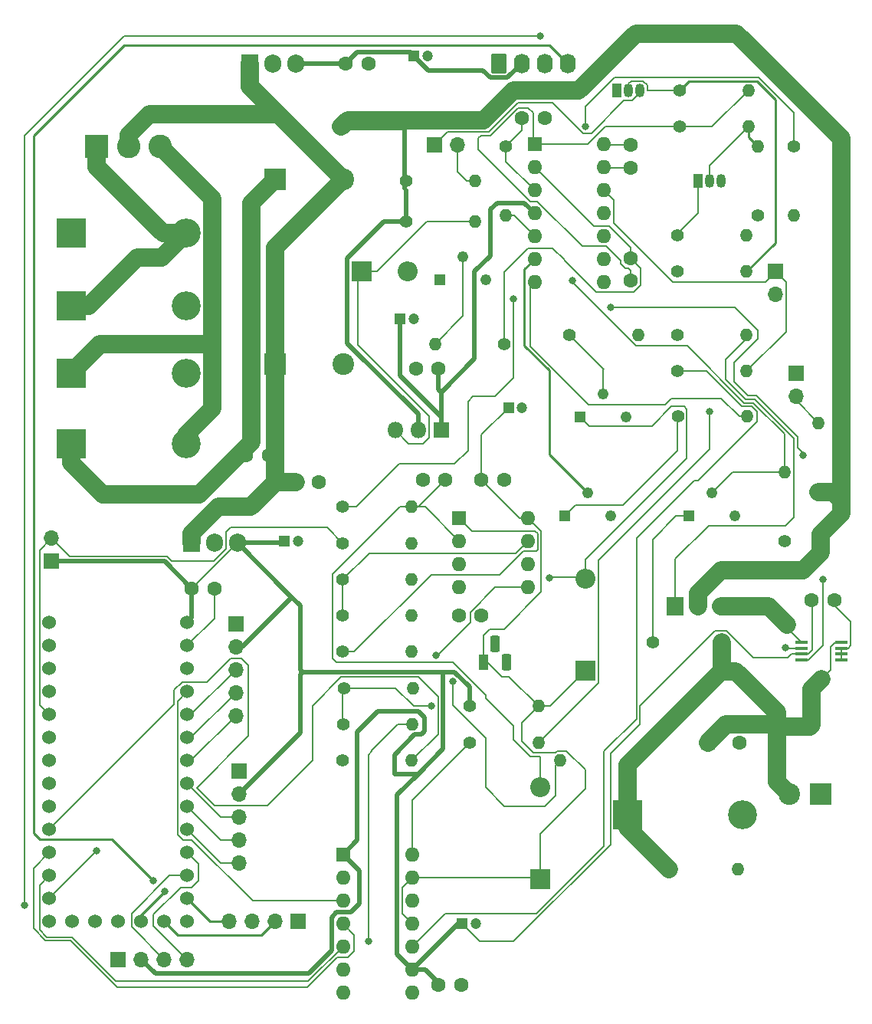
<source format=gbr>
%TF.GenerationSoftware,KiCad,Pcbnew,7.0.8*%
%TF.CreationDate,2023-12-27T07:41:49-05:00*%
%TF.ProjectId,Lab Supply,4c616220-5375-4707-906c-792e6b696361,rev?*%
%TF.SameCoordinates,Original*%
%TF.FileFunction,Copper,L1,Top*%
%TF.FilePolarity,Positive*%
%FSLAX46Y46*%
G04 Gerber Fmt 4.6, Leading zero omitted, Abs format (unit mm)*
G04 Created by KiCad (PCBNEW 7.0.8) date 2023-12-27 07:41:49*
%MOMM*%
%LPD*%
G01*
G04 APERTURE LIST*
G04 Aperture macros list*
%AMRoundRect*
0 Rectangle with rounded corners*
0 $1 Rounding radius*
0 $2 $3 $4 $5 $6 $7 $8 $9 X,Y pos of 4 corners*
0 Add a 4 corners polygon primitive as box body*
4,1,4,$2,$3,$4,$5,$6,$7,$8,$9,$2,$3,0*
0 Add four circle primitives for the rounded corners*
1,1,$1+$1,$2,$3*
1,1,$1+$1,$4,$5*
1,1,$1+$1,$6,$7*
1,1,$1+$1,$8,$9*
0 Add four rect primitives between the rounded corners*
20,1,$1+$1,$2,$3,$4,$5,0*
20,1,$1+$1,$4,$5,$6,$7,0*
20,1,$1+$1,$6,$7,$8,$9,0*
20,1,$1+$1,$8,$9,$2,$3,0*%
G04 Aperture macros list end*
%TA.AperFunction,ComponentPad*%
%ADD10C,1.600000*%
%TD*%
%TA.AperFunction,ComponentPad*%
%ADD11O,1.600000X1.600000*%
%TD*%
%TA.AperFunction,ComponentPad*%
%ADD12C,1.400000*%
%TD*%
%TA.AperFunction,ComponentPad*%
%ADD13O,1.400000X1.400000*%
%TD*%
%TA.AperFunction,ComponentPad*%
%ADD14R,1.050000X1.500000*%
%TD*%
%TA.AperFunction,ComponentPad*%
%ADD15O,1.050000X1.500000*%
%TD*%
%TA.AperFunction,ComponentPad*%
%ADD16R,1.700000X1.700000*%
%TD*%
%TA.AperFunction,ComponentPad*%
%ADD17O,1.700000X1.700000*%
%TD*%
%TA.AperFunction,ComponentPad*%
%ADD18R,3.200000X3.200000*%
%TD*%
%TA.AperFunction,ComponentPad*%
%ADD19O,3.200000X3.200000*%
%TD*%
%TA.AperFunction,ComponentPad*%
%ADD20R,1.905000X2.000000*%
%TD*%
%TA.AperFunction,ComponentPad*%
%ADD21O,1.905000X2.000000*%
%TD*%
%TA.AperFunction,ComponentPad*%
%ADD22R,1.200000X1.200000*%
%TD*%
%TA.AperFunction,ComponentPad*%
%ADD23C,1.200000*%
%TD*%
%TA.AperFunction,ComponentPad*%
%ADD24R,1.600000X1.600000*%
%TD*%
%TA.AperFunction,ComponentPad*%
%ADD25R,1.222000X1.222000*%
%TD*%
%TA.AperFunction,ComponentPad*%
%ADD26C,1.222000*%
%TD*%
%TA.AperFunction,ComponentPad*%
%ADD27R,2.200000X2.200000*%
%TD*%
%TA.AperFunction,ComponentPad*%
%ADD28O,2.200000X2.200000*%
%TD*%
%TA.AperFunction,ComponentPad*%
%ADD29R,2.600000X2.600000*%
%TD*%
%TA.AperFunction,ComponentPad*%
%ADD30C,2.600000*%
%TD*%
%TA.AperFunction,ComponentPad*%
%ADD31C,1.524000*%
%TD*%
%TA.AperFunction,ComponentPad*%
%ADD32R,1.800000X1.800000*%
%TD*%
%TA.AperFunction,ComponentPad*%
%ADD33O,1.800000X1.800000*%
%TD*%
%TA.AperFunction,ComponentPad*%
%ADD34R,1.100000X1.800000*%
%TD*%
%TA.AperFunction,ComponentPad*%
%ADD35RoundRect,0.275000X-0.275000X-0.625000X0.275000X-0.625000X0.275000X0.625000X-0.275000X0.625000X0*%
%TD*%
%TA.AperFunction,ComponentPad*%
%ADD36R,2.400000X2.400000*%
%TD*%
%TA.AperFunction,ComponentPad*%
%ADD37C,2.400000*%
%TD*%
%TA.AperFunction,SMDPad,CuDef*%
%ADD38R,1.450000X0.450000*%
%TD*%
%TA.AperFunction,ComponentPad*%
%ADD39RoundRect,0.250000X-0.620000X-0.845000X0.620000X-0.845000X0.620000X0.845000X-0.620000X0.845000X0*%
%TD*%
%TA.AperFunction,ComponentPad*%
%ADD40O,1.740000X2.190000*%
%TD*%
%TA.AperFunction,ViaPad*%
%ADD41C,0.800000*%
%TD*%
%TA.AperFunction,ViaPad*%
%ADD42C,1.600000*%
%TD*%
%TA.AperFunction,Conductor*%
%ADD43C,0.250000*%
%TD*%
%TA.AperFunction,Conductor*%
%ADD44C,0.200000*%
%TD*%
%TA.AperFunction,Conductor*%
%ADD45C,2.000000*%
%TD*%
%TA.AperFunction,Conductor*%
%ADD46C,0.500000*%
%TD*%
G04 APERTURE END LIST*
D10*
%TO.P,R27,1*%
%TO.N,Net-(Q3-E)*%
X130500000Y-98920000D03*
D11*
%TO.P,R27,2*%
%TO.N,V+*%
X130500000Y-109080000D03*
%TD*%
D12*
%TO.P,R29,1*%
%TO.N,V-*%
X130000000Y-55810000D03*
D13*
%TO.P,R29,2*%
%TO.N,Net-(Q2-B)*%
X130000000Y-48190000D03*
%TD*%
D14*
%TO.P,Q2,1,E*%
%TO.N,Net-(Q2-E)*%
X123460000Y-52000000D03*
D15*
%TO.P,Q2,2,B*%
%TO.N,Net-(Q2-B)*%
X124730000Y-52000000D03*
%TO.P,Q2,3,C*%
%TO.N,Net-(Q2-C)*%
X126000000Y-52000000D03*
%TD*%
D16*
%TO.P,D4,1,K*%
%TO.N,V-*%
X134250000Y-73250000D03*
D17*
%TO.P,D4,2,A*%
%TO.N,Net-(D4-A)*%
X134250000Y-75790000D03*
%TD*%
D18*
%TO.P,D5,1,K*%
%TO.N,+36V*%
X54150000Y-57750000D03*
D19*
%TO.P,D5,2,A*%
%TO.N,AC1*%
X66850000Y-57750000D03*
%TD*%
D10*
%TO.P,C6,1*%
%TO.N,V-*%
X93000000Y-85000000D03*
%TO.P,C6,2*%
%TO.N,Net-(D2-A)*%
X95500000Y-85000000D03*
%TD*%
D12*
%TO.P,R30,1*%
%TO.N,V-*%
X121190000Y-62000000D03*
D13*
%TO.P,R30,2*%
%TO.N,Net-(Q1-B)*%
X128810000Y-62000000D03*
%TD*%
D12*
%TO.P,R10,1*%
%TO.N,Net-(U1A--)*%
X102000000Y-70000000D03*
D13*
%TO.P,R10,2*%
%TO.N,Net-(R10-Pad2)*%
X94380000Y-70000000D03*
%TD*%
D20*
%TO.P,U5,1,VI*%
%TO.N,+15V*%
X73920000Y-39000000D03*
D21*
%TO.P,U5,2,GND*%
%TO.N,V-*%
X76460000Y-39000000D03*
%TO.P,U5,3,VO*%
%TO.N,+12V*%
X79000000Y-39000000D03*
%TD*%
D10*
%TO.P,C16,1*%
%TO.N,+5V*%
X94750000Y-140750000D03*
%TO.P,C16,2*%
%TO.N,V-*%
X97250000Y-140750000D03*
%TD*%
D14*
%TO.P,Q1,1,E*%
%TO.N,V-*%
X114460000Y-42000000D03*
D15*
%TO.P,Q1,2,B*%
%TO.N,Net-(Q1-B)*%
X115730000Y-42000000D03*
%TO.P,Q1,3,C*%
%TO.N,Net-(D9-K)*%
X117000000Y-42000000D03*
%TD*%
D12*
%TO.P,R2,1*%
%TO.N,Net-(R2-Pad1)*%
X121200000Y-78000000D03*
D13*
%TO.P,R2,2*%
%TO.N,Net-(R2-Pad2)*%
X128820000Y-78000000D03*
%TD*%
D22*
%TO.P,C12,1*%
%TO.N,+12V*%
X92047349Y-38150000D03*
D23*
%TO.P,C12,2*%
%TO.N,V-*%
X93547349Y-38150000D03*
%TD*%
D24*
%TO.P,U1,1*%
%TO.N,Net-(C13-Pad2)*%
X105380000Y-47920000D03*
D11*
%TO.P,U1,2,-*%
%TO.N,Net-(U1A--)*%
X105380000Y-50460000D03*
%TO.P,U1,3,+*%
%TO.N,Net-(U1A-+)*%
X105380000Y-53000000D03*
%TO.P,U1,4,V+*%
%TO.N,+28V*%
X105380000Y-55540000D03*
%TO.P,U1,5,+*%
%TO.N,ISENSE*%
X105380000Y-58080000D03*
%TO.P,U1,6,-*%
%TO.N,Net-(U1B--)*%
X105380000Y-60620000D03*
%TO.P,U1,7*%
%TO.N,Net-(R2-Pad2)*%
X105380000Y-63160000D03*
%TO.P,U1,8*%
%TO.N,N/C*%
X113000000Y-63160000D03*
%TO.P,U1,9*%
X113000000Y-60620000D03*
%TO.P,U1,10*%
X113000000Y-58080000D03*
%TO.P,U1,11,V-*%
%TO.N,V-*%
X113000000Y-55540000D03*
%TO.P,U1,12,+*%
%TO.N,Net-(SW1-A)*%
X113000000Y-53000000D03*
%TO.P,U1,13,-*%
%TO.N,Net-(U1D--)*%
X113000000Y-50460000D03*
%TO.P,U1,14*%
%TO.N,Net-(C14-Pad1)*%
X113000000Y-47920000D03*
%TD*%
D20*
%TO.P,Q3,1,B*%
%TO.N,Net-(Q2-C)*%
X120920000Y-99000000D03*
D21*
%TO.P,Q3,2,C*%
%TO.N,+36V*%
X123460000Y-99000000D03*
%TO.P,Q3,3,E*%
%TO.N,Net-(Q3-E)*%
X126000000Y-99000000D03*
%TD*%
D25*
%TO.P,RV2,1,1*%
%TO.N,Net-(D1-A)*%
X110410000Y-78075000D03*
D26*
%TO.P,RV2,2,2*%
%TO.N,Net-(R4-Pad1)*%
X112950000Y-75535000D03*
%TO.P,RV2,3,3*%
%TO.N,unconnected-(RV2-Pad3)*%
X115490000Y-78075000D03*
%TD*%
D12*
%TO.P,R7,1*%
%TO.N,+36V*%
X136750000Y-86310000D03*
D13*
%TO.P,R7,2*%
%TO.N,Net-(D4-A)*%
X136750000Y-78690000D03*
%TD*%
D10*
%TO.P,C2,1*%
%TO.N,+15V*%
X79000000Y-85250000D03*
%TO.P,C2,2*%
%TO.N,V-*%
X81500000Y-85250000D03*
%TD*%
D12*
%TO.P,R9,1*%
%TO.N,V_ISET*%
X98190000Y-114000000D03*
D13*
%TO.P,R9,2*%
%TO.N,Net-(U1A--)*%
X105810000Y-114000000D03*
%TD*%
D27*
%TO.P,D1,1,K*%
%TO.N,VREF*%
X111000000Y-106080000D03*
D28*
%TO.P,D1,2,A*%
%TO.N,Net-(D1-A)*%
X111000000Y-95920000D03*
%TD*%
D16*
%TO.P,H2,1,GND*%
%TO.N,V-*%
X72380000Y-100880000D03*
D17*
%TO.P,H2,2,+5V*%
%TO.N,+5V*%
X72380000Y-103420000D03*
%TO.P,H2,3,SW*%
%TO.N,Net-(H2-SW)*%
X72380000Y-105960000D03*
%TO.P,H2,4,DT*%
%TO.N,Net-(H2-DT)*%
X72380000Y-108500000D03*
%TO.P,H2,5,CLK*%
%TO.N,Net-(H2-CLK)*%
X72380000Y-111040000D03*
%TD*%
D16*
%TO.P,SW1,1,A*%
%TO.N,Net-(SW1-A)*%
X132000000Y-62000000D03*
D17*
%TO.P,SW1,2,B*%
%TO.N,V-*%
X132000000Y-64540000D03*
%TD*%
D16*
%TO.P,TH1,1*%
%TO.N,+5V*%
X52000000Y-94000000D03*
D17*
%TO.P,TH1,2*%
%TO.N,Net-(U6-A0)*%
X52000000Y-91460000D03*
%TD*%
D10*
%TO.P,C21,1*%
%TO.N,+28V*%
X94750000Y-72750000D03*
%TO.P,C21,2*%
%TO.N,V-*%
X92250000Y-72750000D03*
%TD*%
D25*
%TO.P,RV6,1,1*%
%TO.N,Net-(R23-Pad1)*%
X122395000Y-89000000D03*
D26*
%TO.P,RV6,2,2*%
%TO.N,Net-(U1D--)*%
X124935000Y-86460000D03*
%TO.P,RV6,3,3*%
%TO.N,unconnected-(RV6-Pad3)*%
X127475000Y-89000000D03*
%TD*%
D12*
%TO.P,R20,1*%
%TO.N,Net-(U6-A0)*%
X84190000Y-92000000D03*
D13*
%TO.P,R20,2*%
%TO.N,V-*%
X91810000Y-92000000D03*
%TD*%
D10*
%TO.P,C5,1*%
%TO.N,Net-(D1-A)*%
X97000000Y-100000000D03*
%TO.P,C5,2*%
%TO.N,V-*%
X99500000Y-100000000D03*
%TD*%
D22*
%TO.P,C15,1*%
%TO.N,+5V*%
X97347349Y-134000000D03*
D23*
%TO.P,C15,2*%
%TO.N,V-*%
X98847349Y-134000000D03*
%TD*%
D12*
%TO.P,R6,1*%
%TO.N,+36V*%
X91190000Y-56500000D03*
D13*
%TO.P,R6,2*%
%TO.N,Net-(D3-K)*%
X98810000Y-56500000D03*
%TD*%
D20*
%TO.P,U2,1,VI*%
%TO.N,+15V*%
X67460000Y-91945000D03*
D21*
%TO.P,U2,2,GND*%
%TO.N,V-*%
X70000000Y-91945000D03*
%TO.P,U2,3,VO*%
%TO.N,+5V*%
X72540000Y-91945000D03*
%TD*%
D12*
%TO.P,R1,1*%
%TO.N,Net-(U1B--)*%
X134000000Y-48190000D03*
D13*
%TO.P,R1,2*%
%TO.N,V-*%
X134000000Y-55810000D03*
%TD*%
D12*
%TO.P,R17,1*%
%TO.N,Net-(Q1-B)*%
X121380000Y-42000000D03*
D13*
%TO.P,R17,2*%
%TO.N,Net-(C13-Pad2)*%
X129000000Y-42000000D03*
%TD*%
D27*
%TO.P,D2,1,K*%
%TO.N,VREF*%
X106000000Y-129080000D03*
D28*
%TO.P,D2,2,A*%
%TO.N,Net-(D2-A)*%
X106000000Y-118920000D03*
%TD*%
D22*
%TO.P,C10,1*%
%TO.N,VREF*%
X102500000Y-77000000D03*
D23*
%TO.P,C10,2*%
%TO.N,V-*%
X104000000Y-77000000D03*
%TD*%
D12*
%TO.P,R21,1*%
%TO.N,Net-(U1A-+)*%
X102225000Y-48165000D03*
D13*
%TO.P,R21,2*%
%TO.N,ISENSE*%
X102225000Y-55785000D03*
%TD*%
D10*
%TO.P,C19,1*%
%TO.N,Net-(U1A-+)*%
X104000000Y-45000000D03*
%TO.P,C19,2*%
%TO.N,V-*%
X106500000Y-45000000D03*
%TD*%
%TO.P,C17,1*%
%TO.N,V-*%
X138500000Y-98250000D03*
%TO.P,C17,2*%
%TO.N,+5V*%
X136000000Y-98250000D03*
%TD*%
%TO.P,C13,1*%
%TO.N,Net-(U1A--)*%
X116000000Y-60500000D03*
%TO.P,C13,2*%
%TO.N,Net-(C13-Pad2)*%
X116000000Y-63000000D03*
%TD*%
D12*
%TO.P,R25,1*%
%TO.N,Net-(C13-Pad2)*%
X121380000Y-46000000D03*
D13*
%TO.P,R25,2*%
%TO.N,Net-(Q2-B)*%
X129000000Y-46000000D03*
%TD*%
D18*
%TO.P,D10,1,K*%
%TO.N,V+*%
X115650000Y-122000000D03*
D19*
%TO.P,D10,2,A*%
%TO.N,V-*%
X128350000Y-122000000D03*
%TD*%
D24*
%TO.P,C18,1*%
%TO.N,V+*%
X124500000Y-114000000D03*
D10*
%TO.P,C18,2*%
%TO.N,V-*%
X128000000Y-114000000D03*
%TD*%
D12*
%TO.P,R26,1*%
%TO.N,Net-(Q2-E)*%
X121190000Y-58000000D03*
D13*
%TO.P,R26,2*%
%TO.N,V-*%
X128810000Y-58000000D03*
%TD*%
D29*
%TO.P,J1,1*%
%TO.N,AC1*%
X57000000Y-48200000D03*
D30*
%TO.P,J1,2*%
%TO.N,+15V*%
X60500000Y-48200000D03*
%TO.P,J1,3*%
%TO.N,AC2*%
X64000000Y-48200000D03*
%TD*%
D31*
%TO.P,U6,1,RST*%
%TO.N,unconnected-(U6-RST-Pad1)*%
X51760000Y-100760000D03*
%TO.P,U6,2,5V*%
%TO.N,unconnected-(U6-5V-Pad2)*%
X51760000Y-103300000D03*
%TO.P,U6,3,AREF*%
%TO.N,unconnected-(U6-AREF-Pad3)*%
X51760000Y-105840000D03*
%TO.P,U6,4,GND*%
%TO.N,V-*%
X51760000Y-108380000D03*
%TO.P,U6,5,A0*%
%TO.N,Net-(U6-A0)*%
X51760000Y-110920000D03*
%TO.P,U6,6,A1*%
%TO.N,unconnected-(U6-A1-Pad6)*%
X51760000Y-113460000D03*
%TO.P,U6,7,A2*%
%TO.N,unconnected-(U6-A2-Pad7)*%
X51760000Y-116000000D03*
%TO.P,U6,8,A3*%
%TO.N,unconnected-(U6-A3-Pad8)*%
X51760000Y-118540000D03*
%TO.P,U6,9,A4*%
%TO.N,unconnected-(U6-A4-Pad9)*%
X51760000Y-121080000D03*
%TO.P,U6,10,A5*%
%TO.N,Net-(U6-A5)*%
X51760000Y-123620000D03*
%TO.P,U6,11,SCK*%
%TO.N,Net-(U6-SCK)*%
X51760000Y-126160000D03*
%TO.P,U6,12,MOSI*%
%TO.N,Net-(U6-MOSI)*%
X51760000Y-128700000D03*
%TO.P,U6,13,MISO*%
%TO.N,Net-(U4-DOUT)*%
X51760000Y-131240000D03*
%TO.P,U6,14,3.3V*%
%TO.N,unconnected-(U6-3.3V-Pad14)*%
X51760000Y-133780000D03*
%TO.P,U6,15,EN*%
%TO.N,unconnected-(U6-EN-Pad15)*%
X54300000Y-133780000D03*
%TO.P,U6,16,GND*%
%TO.N,V-*%
X56840000Y-133780000D03*
%TO.P,U6,17,D8*%
%TO.N,unconnected-(U6-D8-Pad17)*%
X59380000Y-133780000D03*
%TO.P,U6,18,D6*%
%TO.N,Net-(M1-PWM)*%
X61920000Y-133780000D03*
%TO.P,U6,19,D4*%
%TO.N,Net-(H4-LOCK)*%
X64460000Y-133780000D03*
%TO.P,U6,20,D0*%
%TO.N,Net-(M1-Tacho)*%
X67000000Y-133780000D03*
%TO.P,U6,21,D1*%
%TO.N,Net-(H4-SET)*%
X67000000Y-131240000D03*
%TO.P,U6,22,SDA*%
%TO.N,Net-(H1-SDA)*%
X67000000Y-128700000D03*
%TO.P,U6,23,SCL*%
%TO.N,Net-(H1-SCL)*%
X67000000Y-126160000D03*
%TO.P,U6,24,D5*%
%TO.N,Net-(H3-CLK)*%
X67000000Y-123620000D03*
%TO.P,U6,25,D7*%
%TO.N,Net-(H3-DT)*%
X67000000Y-121080000D03*
%TO.P,U6,26,D9*%
%TO.N,Net-(H3-SW)*%
X67000000Y-118540000D03*
%TO.P,U6,27,D10*%
%TO.N,Net-(H2-CLK)*%
X67000000Y-116000000D03*
%TO.P,U6,28,D11*%
%TO.N,Net-(H2-DT)*%
X67000000Y-113460000D03*
%TO.P,U6,29,D12*%
%TO.N,Net-(H2-SW)*%
X67000000Y-110920000D03*
%TO.P,U6,30,D13*%
%TO.N,Net-(U6-D13)*%
X67000000Y-108380000D03*
%TO.P,U6,31,VBUS*%
%TO.N,unconnected-(U6-VBUS-Pad31)*%
X67000000Y-105840000D03*
%TO.P,U6,32,GND*%
%TO.N,V-*%
X67000000Y-103300000D03*
%TO.P,U6,33,VBAT*%
%TO.N,+5V*%
X67000000Y-100760000D03*
%TD*%
D10*
%TO.P,C9,1*%
%TO.N,VREF*%
X99500000Y-85000000D03*
%TO.P,C9,2*%
%TO.N,V-*%
X102000000Y-85000000D03*
%TD*%
D12*
%TO.P,R18,1*%
%TO.N,Net-(U4-CLK)*%
X84190000Y-100000000D03*
D13*
%TO.P,R18,2*%
%TO.N,V-*%
X91810000Y-100000000D03*
%TD*%
D18*
%TO.P,D6,1,K*%
%TO.N,AC1*%
X54150000Y-65750000D03*
D19*
%TO.P,D6,2,A*%
%TO.N,V-*%
X66850000Y-65750000D03*
%TD*%
D16*
%TO.P,H1,1,GND*%
%TO.N,V-*%
X59380000Y-138000000D03*
D17*
%TO.P,H1,2,+5V*%
%TO.N,+5V*%
X61920000Y-138000000D03*
%TO.P,H1,3,SDA*%
%TO.N,Net-(H1-SDA)*%
X64460000Y-138000000D03*
%TO.P,H1,4,SCL*%
%TO.N,Net-(H1-SCL)*%
X67000000Y-138000000D03*
%TD*%
D16*
%TO.P,H3,1,GND*%
%TO.N,V-*%
X72750000Y-117130000D03*
D17*
%TO.P,H3,2,+5V*%
%TO.N,+5V*%
X72750000Y-119670000D03*
%TO.P,H3,3,SW*%
%TO.N,Net-(H3-SW)*%
X72750000Y-122210000D03*
%TO.P,H3,4,DT*%
%TO.N,Net-(H3-DT)*%
X72750000Y-124750000D03*
%TO.P,H3,5,CLK*%
%TO.N,Net-(H3-CLK)*%
X72750000Y-127290000D03*
%TD*%
D12*
%TO.P,R13,1*%
%TO.N,+36V*%
X91190000Y-52000000D03*
D13*
%TO.P,R13,2*%
%TO.N,Net-(D9-A)*%
X98810000Y-52000000D03*
%TD*%
D24*
%TO.P,U4,1,~{CS}/SHDN*%
%TO.N,Net-(U4-~{CS}{slash}SHDN)*%
X97000000Y-89200000D03*
D11*
%TO.P,U4,2,CH0*%
%TO.N,Net-(D2-A)*%
X97000000Y-91740000D03*
%TO.P,U4,3,CH1*%
%TO.N,Net-(D1-A)*%
X97000000Y-94280000D03*
%TO.P,U4,4,VSS*%
%TO.N,V-*%
X97000000Y-96820000D03*
%TO.P,U4,5,DIN*%
%TO.N,Net-(U4-DIN)*%
X104620000Y-96820000D03*
%TO.P,U4,6,DOUT*%
%TO.N,Net-(U4-DOUT)*%
X104620000Y-94280000D03*
%TO.P,U4,7,CLK*%
%TO.N,Net-(U4-CLK)*%
X104620000Y-91740000D03*
%TO.P,U4,8,VDD/VREF*%
%TO.N,VREF*%
X104620000Y-89200000D03*
%TD*%
D12*
%TO.P,R3,1*%
%TO.N,V+*%
X115810000Y-116000000D03*
D13*
%TO.P,R3,2*%
%TO.N,Net-(D1-A)*%
X108190000Y-116000000D03*
%TD*%
D12*
%TO.P,R24,1*%
%TO.N,Net-(C14-Pad1)*%
X121190000Y-69000000D03*
D13*
%TO.P,R24,2*%
%TO.N,Net-(Q2-C)*%
X128810000Y-69000000D03*
%TD*%
D12*
%TO.P,R14,1*%
%TO.N,Net-(U4-DIN)*%
X84290000Y-108000000D03*
D13*
%TO.P,R14,2*%
%TO.N,V-*%
X91910000Y-108000000D03*
%TD*%
D10*
%TO.P,C1,1*%
%TO.N,+36V*%
X73500000Y-82250000D03*
%TO.P,C1,2*%
%TO.N,+15V*%
X76000000Y-82250000D03*
%TD*%
%TO.P,C7,1*%
%TO.N,+5V*%
X67500000Y-97000000D03*
%TO.P,C7,2*%
%TO.N,V-*%
X70000000Y-97000000D03*
%TD*%
D32*
%TO.P,Q4,1,E*%
%TO.N,+28V*%
X95040000Y-79500000D03*
D33*
%TO.P,Q4,2,C*%
%TO.N,+36V*%
X92500000Y-79500000D03*
%TO.P,Q4,3,B*%
%TO.N,Net-(D3-K)*%
X89960000Y-79500000D03*
%TD*%
D12*
%TO.P,R16,1*%
%TO.N,Net-(U4-DIN)*%
X84240000Y-112000000D03*
D13*
%TO.P,R16,2*%
%TO.N,Net-(U6-MOSI)*%
X91860000Y-112000000D03*
%TD*%
D18*
%TO.P,D7,1,K*%
%TO.N,+36V*%
X54150000Y-81000000D03*
D19*
%TO.P,D7,2,A*%
%TO.N,AC2*%
X66850000Y-81000000D03*
%TD*%
D22*
%TO.P,C8,1*%
%TO.N,+5V*%
X77750000Y-91750000D03*
D23*
%TO.P,C8,2*%
%TO.N,V-*%
X79250000Y-91750000D03*
%TD*%
D16*
%TO.P,D9,1,K*%
%TO.N,Net-(D9-K)*%
X94304315Y-48000000D03*
D17*
%TO.P,D9,2,A*%
%TO.N,Net-(D9-A)*%
X96844315Y-48000000D03*
%TD*%
D12*
%TO.P,R4,1*%
%TO.N,Net-(R4-Pad1)*%
X109190000Y-69000000D03*
D13*
%TO.P,R4,2*%
%TO.N,V-*%
X116810000Y-69000000D03*
%TD*%
D10*
%TO.P,C14,1*%
%TO.N,Net-(C14-Pad1)*%
X116000000Y-48000000D03*
%TO.P,C14,2*%
%TO.N,Net-(U1D--)*%
X116000000Y-50500000D03*
%TD*%
D12*
%TO.P,R19,1*%
%TO.N,Net-(U4-CLK)*%
X84190000Y-96000000D03*
D13*
%TO.P,R19,2*%
%TO.N,Net-(U6-SCK)*%
X91810000Y-96000000D03*
%TD*%
D18*
%TO.P,D8,1,K*%
%TO.N,AC2*%
X54150000Y-73250000D03*
D19*
%TO.P,D8,2,A*%
%TO.N,V-*%
X66850000Y-73250000D03*
%TD*%
D10*
%TO.P,C11,1*%
%TO.N,+12V*%
X84500000Y-39000000D03*
%TO.P,C11,2*%
%TO.N,V-*%
X87000000Y-39000000D03*
%TD*%
D12*
%TO.P,R28,1*%
%TO.N,V+*%
X120190000Y-128000000D03*
D13*
%TO.P,R28,2*%
%TO.N,V-*%
X127810000Y-128000000D03*
%TD*%
D34*
%TO.P,U3,1,K*%
%TO.N,VREF*%
X99730000Y-105150000D03*
D35*
%TO.P,U3,2,A*%
%TO.N,V-*%
X101000000Y-103080000D03*
%TO.P,U3,3*%
%TO.N,N/C*%
X102270000Y-105150000D03*
%TD*%
D16*
%TO.P,H4,1,GND*%
%TO.N,V-*%
X79250000Y-133750000D03*
D17*
%TO.P,H4,2,LOCK*%
%TO.N,Net-(H4-LOCK)*%
X76710000Y-133750000D03*
%TO.P,H4,3,GND*%
%TO.N,V-*%
X74170000Y-133750000D03*
%TO.P,H4,4,SET*%
%TO.N,Net-(H4-SET)*%
X71630000Y-133750000D03*
%TD*%
D12*
%TO.P,R5,1*%
%TO.N,Net-(R2-Pad2)*%
X84190000Y-88000000D03*
D13*
%TO.P,R5,2*%
%TO.N,Net-(D2-A)*%
X91810000Y-88000000D03*
%TD*%
D36*
%TO.P,C4,1*%
%TO.N,+15V*%
X76700000Y-72200000D03*
D37*
%TO.P,C4,2*%
%TO.N,V-*%
X84200000Y-72200000D03*
%TD*%
D12*
%TO.P,R11,1*%
%TO.N,Net-(U4-~{CS}{slash}SHDN)*%
X84190000Y-104000000D03*
D13*
%TO.P,R11,2*%
%TO.N,V-*%
X91810000Y-104000000D03*
%TD*%
D27*
%TO.P,D3,1,K*%
%TO.N,Net-(D3-K)*%
X86242183Y-62000000D03*
D28*
%TO.P,D3,2,A*%
%TO.N,V-*%
X91322183Y-62000000D03*
%TD*%
D12*
%TO.P,R12,1*%
%TO.N,Net-(U4-~{CS}{slash}SHDN)*%
X84190000Y-116000000D03*
D13*
%TO.P,R12,2*%
%TO.N,Net-(U6-A5)*%
X91810000Y-116000000D03*
%TD*%
D24*
%TO.P,U7,1,Vdd*%
%TO.N,+5V*%
X84200000Y-126375000D03*
D11*
%TO.P,U7,2,NC*%
%TO.N,unconnected-(U7-NC-Pad2)*%
X84200000Y-128915000D03*
%TO.P,U7,3,~{CS}*%
%TO.N,Net-(U6-D13)*%
X84200000Y-131455000D03*
%TO.P,U7,4,SCK*%
%TO.N,Net-(U6-SCK)*%
X84200000Y-133995000D03*
%TO.P,U7,5,SDI*%
%TO.N,Net-(U6-MOSI)*%
X84200000Y-136535000D03*
%TO.P,U7,6,NC*%
%TO.N,unconnected-(U7-NC-Pad6)*%
X84200000Y-139075000D03*
%TO.P,U7,7,NC*%
%TO.N,unconnected-(U7-NC-Pad7)*%
X84200000Y-141615000D03*
%TO.P,U7,8,~{LDAC}*%
%TO.N,V-*%
X91820000Y-141615000D03*
%TO.P,U7,9,~{SHDN}*%
%TO.N,+5V*%
X91820000Y-139075000D03*
%TO.P,U7,10,VB*%
%TO.N,V_VSET*%
X91820000Y-136535000D03*
%TO.P,U7,11,VrefB*%
%TO.N,VREF*%
X91820000Y-133995000D03*
%TO.P,U7,12,Vss*%
%TO.N,V-*%
X91820000Y-131455000D03*
%TO.P,U7,13,VrefA*%
%TO.N,VREF*%
X91820000Y-128915000D03*
%TO.P,U7,14,VA*%
%TO.N,V_ISET*%
X91820000Y-126375000D03*
%TD*%
D12*
%TO.P,R15,1*%
%TO.N,V_VSET*%
X121190000Y-73000000D03*
D13*
%TO.P,R15,2*%
%TO.N,Net-(SW1-A)*%
X128810000Y-73000000D03*
%TD*%
D12*
%TO.P,R23,1*%
%TO.N,Net-(R23-Pad1)*%
X118415000Y-102975000D03*
D13*
%TO.P,R23,2*%
%TO.N,V+*%
X126035000Y-102975000D03*
%TD*%
D12*
%TO.P,R8,1*%
%TO.N,+5V*%
X98190000Y-110000000D03*
D13*
%TO.P,R8,2*%
%TO.N,VREF*%
X105810000Y-110000000D03*
%TD*%
D25*
%TO.P,RV1,1,1*%
%TO.N,Net-(R2-Pad1)*%
X108710000Y-88975000D03*
D26*
%TO.P,RV1,2,2*%
%TO.N,Net-(U1B--)*%
X111250000Y-86435000D03*
%TO.P,RV1,3,3*%
%TO.N,unconnected-(RV1-Pad3)*%
X113790000Y-88975000D03*
%TD*%
D22*
%TO.P,C20,1*%
%TO.N,+28V*%
X90500000Y-67250000D03*
D23*
%TO.P,C20,2*%
%TO.N,V-*%
X92000000Y-67250000D03*
%TD*%
D36*
%TO.P,J4,1*%
%TO.N,V-*%
X137000000Y-119750000D03*
D37*
%TO.P,J4,2*%
%TO.N,V+*%
X133500000Y-119750000D03*
%TD*%
D12*
%TO.P,R22,1*%
%TO.N,V-*%
X133000000Y-91810000D03*
D13*
%TO.P,R22,2*%
%TO.N,Net-(U1D--)*%
X133000000Y-84190000D03*
%TD*%
D25*
%TO.P,RV5,1,1*%
%TO.N,unconnected-(RV5-Pad1)*%
X94935000Y-62900000D03*
D26*
%TO.P,RV5,2,2*%
%TO.N,Net-(R10-Pad2)*%
X97475000Y-60360000D03*
%TO.P,RV5,3,3*%
%TO.N,V-*%
X100015000Y-62900000D03*
%TD*%
D36*
%TO.P,C3,1*%
%TO.N,+36V*%
X76700000Y-51800000D03*
D37*
%TO.P,C3,2*%
%TO.N,+15V*%
X84200000Y-51800000D03*
%TD*%
D38*
%TO.P,U8,1,IN+*%
%TO.N,Net-(Q3-E)*%
X134887500Y-102950000D03*
%TO.P,U8,2,GND*%
%TO.N,V-*%
X134887500Y-103600000D03*
%TO.P,U8,3,V_{S}*%
%TO.N,+5V*%
X134887500Y-104250000D03*
%TO.P,U8,4,OUT*%
%TO.N,ISENSE*%
X134887500Y-104900000D03*
%TO.P,U8,5,GS0*%
%TO.N,V-*%
X139287500Y-104900000D03*
%TO.P,U8,6,GS1*%
X139287500Y-104250000D03*
%TO.P,U8,7,REF*%
X139287500Y-103600000D03*
%TO.P,U8,8,IN-*%
%TO.N,V+*%
X139287500Y-102950000D03*
%TD*%
D39*
%TO.P,M1,1,-*%
%TO.N,V-*%
X101380000Y-39000000D03*
D40*
%TO.P,M1,2,+*%
%TO.N,+12V*%
X103920000Y-39000000D03*
%TO.P,M1,3,Tacho*%
%TO.N,Net-(M1-Tacho)*%
X106460000Y-39000000D03*
%TO.P,M1,4,PWM*%
%TO.N,Net-(M1-PWM)*%
X109000000Y-39000000D03*
%TD*%
D41*
%TO.N,Net-(M1-PWM)*%
X64500000Y-130500000D03*
X63250000Y-129250000D03*
D42*
%TO.N,+36V*%
X84000000Y-46000000D03*
D41*
%TO.N,Net-(U1D--)*%
X109525000Y-63000000D03*
%TO.N,Net-(U1A--)*%
X124700000Y-77450000D03*
%TO.N,ISENSE*%
X135000000Y-82250000D03*
X137250000Y-96000000D03*
X113800000Y-65925000D03*
%TO.N,Net-(U1B--)*%
X111000000Y-46000000D03*
%TO.N,V-*%
X133087500Y-103500000D03*
%TO.N,Net-(D1-A)*%
X96350000Y-107250000D03*
X107000000Y-95800000D03*
%TO.N,Net-(M1-Tacho)*%
X106000000Y-36000000D03*
X49000000Y-132000000D03*
%TO.N,Net-(R2-Pad2)*%
X103000000Y-65000000D03*
%TO.N,Net-(U4-DIN)*%
X94500000Y-104350000D03*
X94000000Y-110000000D03*
%TO.N,Net-(U6-MOSI)*%
X87000000Y-136000000D03*
%TO.N,Net-(U4-DOUT)*%
X57000000Y-126000000D03*
%TD*%
D43*
%TO.N,Net-(M1-PWM)*%
X63250000Y-129250000D02*
X58707000Y-124707000D01*
X58707000Y-124707000D02*
X50707000Y-124707000D01*
X50707000Y-124707000D02*
X50000000Y-124000000D01*
X60000000Y-37000000D02*
X107000000Y-37000000D01*
X50000000Y-124000000D02*
X50000000Y-47000000D01*
X50000000Y-47000000D02*
X60000000Y-37000000D01*
X107000000Y-37000000D02*
X109000000Y-39000000D01*
%TO.N,Net-(Q2-B)*%
X130000000Y-48190000D02*
X129000000Y-47190000D01*
X129000000Y-47190000D02*
X129000000Y-46000000D01*
%TO.N,Net-(Q1-B)*%
X128810000Y-62000000D02*
X132000000Y-58810000D01*
X122405000Y-40975000D02*
X121380000Y-42000000D01*
X132000000Y-58810000D02*
X132000000Y-43035355D01*
X132000000Y-43035355D02*
X129939645Y-40975000D01*
X129939645Y-40975000D02*
X122405000Y-40975000D01*
%TO.N,Net-(M1-PWM)*%
X61920000Y-133080000D02*
X64500000Y-130500000D01*
X61920000Y-133780000D02*
X61920000Y-133080000D01*
D44*
%TO.N,Net-(H1-SDA)*%
X64460000Y-138000000D02*
X60858000Y-134398000D01*
X60858000Y-134398000D02*
X60858000Y-132892000D01*
X60858000Y-132892000D02*
X65050000Y-128700000D01*
X65050000Y-128700000D02*
X67000000Y-128700000D01*
D45*
%TO.N,V+*%
X126500000Y-112000000D02*
X124500000Y-114000000D01*
X133500000Y-119750000D02*
X132128686Y-118378686D01*
X126000000Y-106121314D02*
X127621314Y-106121314D01*
D44*
X138087500Y-105992500D02*
X138087500Y-103425000D01*
D45*
X137040000Y-107040000D02*
X136000000Y-108080000D01*
X132128686Y-110628686D02*
X132128686Y-112250000D01*
X132128686Y-112250000D02*
X131878686Y-112000000D01*
X127621314Y-106121314D02*
X132128686Y-110628686D01*
X115650000Y-116471314D02*
X115650000Y-120000000D01*
X131878686Y-112000000D02*
X126500000Y-112000000D01*
X126035000Y-106086314D02*
X126000000Y-106121314D01*
D44*
X115650000Y-115840000D02*
X115650000Y-116471314D01*
D45*
X115650000Y-122000000D02*
X115650000Y-123460000D01*
D44*
X138087500Y-103425000D02*
X138562500Y-102950000D01*
D45*
X126000000Y-106121314D02*
X115650000Y-116471314D01*
X136000000Y-108080000D02*
X136000000Y-112050000D01*
D44*
X138562500Y-102950000D02*
X139287500Y-102950000D01*
D45*
X136000000Y-112050000D02*
X135800000Y-112250000D01*
X132128686Y-118378686D02*
X132128686Y-112250000D01*
X126035000Y-102975000D02*
X126035000Y-106086314D01*
D44*
X137040000Y-107040000D02*
X138087500Y-105992500D01*
D45*
X132128686Y-112250000D02*
X135800000Y-112250000D01*
X115650000Y-123460000D02*
X120190000Y-128000000D01*
X115650000Y-120000000D02*
X115650000Y-122000000D01*
%TO.N,+36V*%
X137000000Y-93000000D02*
X137000000Y-91000000D01*
X139250000Y-88750000D02*
X139250000Y-87250000D01*
X110250000Y-42000000D02*
X103000000Y-42000000D01*
D46*
X88750000Y-56500000D02*
X91190000Y-56500000D01*
X91000000Y-52840000D02*
X91000000Y-46160000D01*
D45*
X123460000Y-97540000D02*
X126000000Y-95000000D01*
X136750000Y-86310000D02*
X138310000Y-86310000D01*
X137000000Y-91000000D02*
X139250000Y-88750000D01*
X135000000Y-95000000D02*
X137000000Y-93000000D01*
X57625000Y-86575000D02*
X54150000Y-83100000D01*
X103000000Y-42000000D02*
X99755635Y-45244365D01*
X74050000Y-80850000D02*
X68325000Y-86575000D01*
D46*
X91190000Y-56500000D02*
X91190000Y-53000000D01*
D45*
X99755635Y-45244365D02*
X84755635Y-45244365D01*
X139250000Y-47250000D02*
X127700000Y-35700000D01*
X76700000Y-51800000D02*
X74050000Y-54450000D01*
X116550000Y-35700000D02*
X110250000Y-42000000D01*
D46*
X91000000Y-46160000D02*
X84000000Y-46160000D01*
D44*
X84000000Y-46160000D02*
X84000000Y-46000000D01*
D46*
X84692183Y-60557817D02*
X88750000Y-56500000D01*
D45*
X68325000Y-86575000D02*
X57625000Y-86575000D01*
X74050000Y-54450000D02*
X74050000Y-80850000D01*
D46*
X84692183Y-69942183D02*
X84692183Y-60557817D01*
D45*
X126000000Y-95000000D02*
X135000000Y-95000000D01*
X138310000Y-86310000D02*
X139250000Y-87250000D01*
X84755635Y-45244365D02*
X84000000Y-46000000D01*
X123460000Y-99000000D02*
X123460000Y-97540000D01*
D46*
X92500000Y-77750000D02*
X84692183Y-69942183D01*
D45*
X54150000Y-83100000D02*
X54150000Y-81000000D01*
X127700000Y-35700000D02*
X116550000Y-35700000D01*
X139250000Y-87250000D02*
X139250000Y-47250000D01*
D46*
X92500000Y-79500000D02*
X92500000Y-77750000D01*
D44*
%TO.N,Net-(Q2-B)*%
X124730000Y-52000000D02*
X124730000Y-50270000D01*
X124730000Y-50270000D02*
X129000000Y-46000000D01*
%TO.N,Net-(U1D--)*%
X128550001Y-76500000D02*
X122225001Y-70175000D01*
X127205000Y-84190000D02*
X124935000Y-86460000D01*
X133000000Y-79940686D02*
X129559314Y-76500000D01*
X129559314Y-76500000D02*
X128550001Y-76500000D01*
X133000000Y-84190000D02*
X127205000Y-84190000D01*
X122225001Y-70175000D02*
X116550000Y-70175000D01*
X116550000Y-70175000D02*
X109525000Y-63150000D01*
X109525000Y-63150000D02*
X109525000Y-63000000D01*
X116000000Y-50500000D02*
X113040000Y-50500000D01*
X133000000Y-84190000D02*
X133000000Y-79940686D01*
X113040000Y-50500000D02*
X113000000Y-50460000D01*
%TO.N,Net-(U1A--)*%
X108700000Y-60750000D02*
X112210000Y-64260000D01*
X124700000Y-81625000D02*
X124700000Y-77450000D01*
X113605000Y-56980000D02*
X111900000Y-56980000D01*
X116000000Y-60500000D02*
X116000000Y-59375000D01*
X112210000Y-64260000D02*
X116340000Y-64260000D01*
X116340000Y-64260000D02*
X117100000Y-63500000D01*
X116000000Y-59375000D02*
X113605000Y-56980000D01*
X112400000Y-93925000D02*
X124700000Y-81625000D01*
X108700000Y-60710050D02*
X108700000Y-60750000D01*
X107389950Y-59400000D02*
X108700000Y-60710050D01*
X104650000Y-59400000D02*
X107389950Y-59400000D01*
X102000000Y-62050000D02*
X104650000Y-59400000D01*
X102000000Y-70000000D02*
X102000000Y-62050000D01*
X112400000Y-107410000D02*
X112400000Y-93925000D01*
X105810000Y-114000000D02*
X112400000Y-107410000D01*
X117100000Y-61600000D02*
X116000000Y-60500000D01*
X117100000Y-63500000D02*
X117100000Y-61600000D01*
X111900000Y-56980000D02*
X105380000Y-50460000D01*
D46*
%TO.N,+28V*%
X95040000Y-75335460D02*
X98750000Y-71625460D01*
X100500000Y-60250000D02*
X100500000Y-55150000D01*
X95040000Y-78040000D02*
X95040000Y-75335460D01*
X90500000Y-73500000D02*
X90500000Y-67250000D01*
X94750000Y-75045460D02*
X94750000Y-72750000D01*
X95040000Y-79500000D02*
X95040000Y-78040000D01*
X98750000Y-71625460D02*
X98750000Y-62000000D01*
X95040000Y-75335460D02*
X94750000Y-75045460D01*
X104240000Y-54400000D02*
X105380000Y-55540000D01*
X100500000Y-55150000D02*
X101250000Y-54400000D01*
X98750000Y-62000000D02*
X100500000Y-60250000D01*
X95040000Y-78040000D02*
X90500000Y-73500000D01*
X101250000Y-54400000D02*
X104240000Y-54400000D01*
%TO.N,+15V*%
X77000000Y-86000000D02*
X77000000Y-72500000D01*
D45*
X77000000Y-85000000D02*
X76700000Y-85300000D01*
X76700000Y-59300000D02*
X84200000Y-51800000D01*
X76700000Y-85300000D02*
X76700000Y-72200000D01*
D46*
X77000000Y-72500000D02*
X76700000Y-72200000D01*
D45*
X76700000Y-72200000D02*
X76700000Y-59300000D01*
X74000000Y-88000000D02*
X76700000Y-85300000D01*
X73920000Y-41520000D02*
X77000000Y-44600000D01*
X67460000Y-90945000D02*
X70405000Y-88000000D01*
X60500000Y-48200000D02*
X60500000Y-46900000D01*
X77000000Y-85000000D02*
X77250000Y-85250000D01*
X73920000Y-39000000D02*
X73920000Y-41520000D01*
X62800000Y-44600000D02*
X77000000Y-44600000D01*
X77250000Y-85250000D02*
X79000000Y-85250000D01*
X70405000Y-88000000D02*
X74000000Y-88000000D01*
X67460000Y-91945000D02*
X67460000Y-90945000D01*
X77000000Y-44600000D02*
X84200000Y-51800000D01*
D44*
X77000000Y-86000000D02*
X76500000Y-86000000D01*
D45*
X60500000Y-46900000D02*
X62800000Y-44600000D01*
D44*
%TO.N,V_VSET*%
X129950000Y-77456372D02*
X129950000Y-78525000D01*
X113000000Y-125500000D02*
X105600000Y-132900000D01*
X129950000Y-78525000D02*
X123400000Y-85075000D01*
X129393628Y-76900000D02*
X129950000Y-77456372D01*
X124375000Y-73000000D02*
X128275000Y-76900000D01*
X116625000Y-91450000D02*
X116625000Y-111375000D01*
X95455000Y-132900000D02*
X91820000Y-136535000D01*
X116625000Y-111375000D02*
X113000000Y-115000000D01*
X128275000Y-76900000D02*
X129393628Y-76900000D01*
X123400000Y-85075000D02*
X123000000Y-85075000D01*
X121190000Y-73000000D02*
X124375000Y-73000000D01*
X123000000Y-85075000D02*
X116625000Y-91450000D01*
X113000000Y-115000000D02*
X113000000Y-125500000D01*
X105600000Y-132900000D02*
X95455000Y-132900000D01*
%TO.N,V_ISET*%
X98190000Y-114000000D02*
X91820000Y-120370000D01*
X91820000Y-120370000D02*
X91820000Y-126375000D01*
%TO.N,ISENSE*%
X103085000Y-55785000D02*
X105380000Y-58080000D01*
X137250000Y-103262500D02*
X137250000Y-96000000D01*
X127475000Y-65925000D02*
X113800000Y-65925000D01*
X134887500Y-104900000D02*
X135612500Y-104900000D01*
X128925000Y-75700000D02*
X127375000Y-74150000D01*
X130000000Y-69375000D02*
X130000000Y-68450000D01*
X127375000Y-74150000D02*
X127375000Y-72000000D01*
X134450000Y-81450000D02*
X134450000Y-80259314D01*
X135000000Y-82250000D02*
X135000000Y-82000000D01*
X134450000Y-80259314D02*
X129890686Y-75700000D01*
X102225000Y-55785000D02*
X103085000Y-55785000D01*
X135000000Y-82000000D02*
X134450000Y-81450000D01*
X135612500Y-104900000D02*
X137250000Y-103262500D01*
X130000000Y-68450000D02*
X127475000Y-65925000D01*
X129890686Y-75700000D02*
X128925000Y-75700000D01*
X127375000Y-72000000D02*
X130000000Y-69375000D01*
%TO.N,+5V*%
X113750000Y-115250000D02*
X117025000Y-111975000D01*
D46*
X89894896Y-117500000D02*
X89894896Y-115355104D01*
X78172500Y-97577500D02*
X79500000Y-98905000D01*
D44*
X67500000Y-96985000D02*
X67500000Y-97000000D01*
D46*
X82950000Y-133300000D02*
X83505000Y-132745000D01*
X95250000Y-114750000D02*
X92500000Y-117500000D01*
D44*
X113750000Y-125315686D02*
X113750000Y-115250000D01*
D46*
X77555000Y-91945000D02*
X77750000Y-91750000D01*
X72540000Y-91945000D02*
X78172500Y-97577500D01*
X98190000Y-107887918D02*
X96527082Y-106225000D01*
D44*
X97347349Y-134000000D02*
X99347349Y-136000000D01*
D46*
X72380000Y-103420000D02*
X73080000Y-103420000D01*
D44*
X99347349Y-136000000D02*
X103065686Y-136000000D01*
D46*
X73080000Y-103420000D02*
X78422500Y-98077500D01*
X72540000Y-91945000D02*
X77555000Y-91945000D01*
X96895000Y-134000000D02*
X97347349Y-134000000D01*
X63470000Y-139550000D02*
X80407182Y-139550000D01*
X67500000Y-97000000D02*
X67500000Y-100260000D01*
X93325000Y-139075000D02*
X94750000Y-140500000D01*
X85975000Y-128150000D02*
X84200000Y-126375000D01*
X78672500Y-98077500D02*
X78172500Y-97577500D01*
D44*
X133377450Y-104625000D02*
X133752450Y-104250000D01*
D46*
X95250000Y-106225000D02*
X95250000Y-114750000D01*
D44*
X136087500Y-103775000D02*
X136087500Y-98925000D01*
D46*
X91820000Y-139075000D02*
X93325000Y-139075000D01*
X79500000Y-98905000D02*
X79500000Y-105975000D01*
X92855104Y-113144896D02*
X93225000Y-112775000D01*
X85750000Y-112815460D02*
X85750000Y-124825000D01*
X89894896Y-117500000D02*
X92500000Y-117500000D01*
X85055000Y-132745000D02*
X85975000Y-131825000D01*
X72750000Y-119670000D02*
X79500000Y-112920000D01*
X90170000Y-119830000D02*
X90170000Y-137425000D01*
X90170000Y-137425000D02*
X91820000Y-139075000D01*
D44*
X117025000Y-109975000D02*
X125325000Y-101675000D01*
D46*
X88015460Y-110550000D02*
X85750000Y-112815460D01*
D44*
X134887500Y-104250000D02*
X135612500Y-104250000D01*
D46*
X67500000Y-100260000D02*
X67000000Y-100760000D01*
X92105104Y-113144896D02*
X92855104Y-113144896D01*
X93225000Y-111250000D02*
X92525000Y-110550000D01*
X96527082Y-106225000D02*
X95250000Y-106225000D01*
X61920000Y-138000000D02*
X63470000Y-139550000D01*
D44*
X125325000Y-101675000D02*
X126573478Y-101675000D01*
D46*
X92500000Y-117500000D02*
X90170000Y-119830000D01*
X89894896Y-115355104D02*
X92105104Y-113144896D01*
X98190000Y-110000000D02*
X98190000Y-107887918D01*
X78422500Y-98077500D02*
X78672500Y-98077500D01*
X79500000Y-106475000D02*
X79750000Y-106225000D01*
X52000000Y-94000000D02*
X64500000Y-94000000D01*
D44*
X103065686Y-136000000D02*
X113750000Y-125315686D01*
D46*
X92525000Y-110550000D02*
X88015460Y-110550000D01*
X79500000Y-105975000D02*
X79750000Y-106225000D01*
X82950000Y-137007182D02*
X82950000Y-133300000D01*
D44*
X126573478Y-101675000D02*
X129523478Y-104625000D01*
D46*
X79750000Y-106225000D02*
X95250000Y-106225000D01*
D44*
X133752450Y-104250000D02*
X134887500Y-104250000D01*
D46*
X64500000Y-94000000D02*
X67500000Y-97000000D01*
D44*
X72540000Y-91945000D02*
X67500000Y-96985000D01*
D46*
X85750000Y-124825000D02*
X84200000Y-126375000D01*
X91820000Y-139075000D02*
X96895000Y-134000000D01*
X80407182Y-139550000D02*
X82950000Y-137007182D01*
X79500000Y-112920000D02*
X79500000Y-106475000D01*
D44*
X117025000Y-111975000D02*
X117025000Y-109975000D01*
D46*
X83505000Y-132745000D02*
X85055000Y-132745000D01*
D44*
X135612500Y-104250000D02*
X136087500Y-103775000D01*
D46*
X93225000Y-112775000D02*
X93225000Y-111250000D01*
D44*
X129523478Y-104625000D02*
X133377450Y-104625000D01*
D46*
X85975000Y-131825000D02*
X85975000Y-128150000D01*
D44*
%TO.N,VREF*%
X106120000Y-97380000D02*
X106120000Y-90700000D01*
X104000000Y-113900000D02*
X104000000Y-111810000D01*
X100386828Y-101500000D02*
X102000000Y-101500000D01*
X108900000Y-114925000D02*
X107852592Y-114925000D01*
X90720000Y-132895000D02*
X90720000Y-130015000D01*
X99730000Y-102156828D02*
X100386828Y-101500000D01*
X105810000Y-110000000D02*
X107080000Y-110000000D01*
X101730000Y-106750000D02*
X99730000Y-104750000D01*
X105225000Y-115125000D02*
X104000000Y-113900000D01*
X90720000Y-130015000D02*
X91820000Y-128915000D01*
X105835000Y-128915000D02*
X106000000Y-129080000D01*
X91820000Y-128915000D02*
X105835000Y-128915000D01*
X104000000Y-111810000D02*
X105810000Y-110000000D01*
X111000000Y-119100000D02*
X111000000Y-117025000D01*
X107852592Y-114925000D02*
X107652592Y-115125000D01*
X106000000Y-129080000D02*
X106000000Y-124100000D01*
X106120000Y-90700000D02*
X104620000Y-89200000D01*
X102560000Y-106750000D02*
X101730000Y-106750000D01*
X91820000Y-133995000D02*
X90720000Y-132895000D01*
X111000000Y-117025000D02*
X108900000Y-114925000D01*
X99730000Y-104750000D02*
X99730000Y-102156828D01*
X106000000Y-124100000D02*
X111000000Y-119100000D01*
X104620000Y-89200000D02*
X103700000Y-89200000D01*
X99500000Y-80000000D02*
X102500000Y-77000000D01*
X99500000Y-85000000D02*
X99500000Y-80000000D01*
X105810000Y-110000000D02*
X102560000Y-106750000D01*
X107080000Y-110000000D02*
X111000000Y-106080000D01*
X107652592Y-115125000D02*
X105225000Y-115125000D01*
X102000000Y-101500000D02*
X106120000Y-97380000D01*
X103700000Y-89200000D02*
X99500000Y-85000000D01*
%TO.N,Net-(U1B--)*%
X134000000Y-44434315D02*
X130115685Y-40550000D01*
X134000000Y-48190000D02*
X134000000Y-44434315D01*
D43*
X104255000Y-70177531D02*
X104255000Y-61745000D01*
X107000000Y-72922531D02*
X104255000Y-70177531D01*
D44*
X114210736Y-40550000D02*
X111000000Y-43760736D01*
D43*
X107000000Y-82185000D02*
X107000000Y-72922531D01*
D44*
X111000000Y-43760736D02*
X111000000Y-46000000D01*
D43*
X111250000Y-86435000D02*
X107000000Y-82185000D01*
D44*
X130115685Y-40550000D02*
X114210736Y-40550000D01*
D43*
X104255000Y-61745000D02*
X105380000Y-60620000D01*
D44*
%TO.N,Net-(H2-CLK)*%
X67420000Y-116000000D02*
X67000000Y-116000000D01*
X72380000Y-111040000D02*
X67420000Y-116000000D01*
%TO.N,Net-(H2-DT)*%
X72380000Y-108500000D02*
X67420000Y-113460000D01*
X67420000Y-113460000D02*
X67000000Y-113460000D01*
%TO.N,Net-(H2-SW)*%
X72380000Y-105960000D02*
X67420000Y-110920000D01*
X67420000Y-110920000D02*
X67000000Y-110920000D01*
D45*
%TO.N,AC1*%
X61450000Y-60400000D02*
X56100000Y-65750000D01*
X64200000Y-60400000D02*
X61450000Y-60400000D01*
X57000000Y-50450000D02*
X64300000Y-57750000D01*
X66850000Y-57750000D02*
X64200000Y-60400000D01*
X56100000Y-65750000D02*
X54150000Y-65750000D01*
X57000000Y-48200000D02*
X57000000Y-50450000D01*
X64300000Y-57750000D02*
X66850000Y-57750000D01*
%TO.N,AC2*%
X66850000Y-80000000D02*
X69750000Y-77100000D01*
X69750000Y-70050000D02*
X57350000Y-70050000D01*
X66850000Y-81000000D02*
X66850000Y-80000000D01*
X69750000Y-53950000D02*
X69750000Y-70050000D01*
X57350000Y-70050000D02*
X54150000Y-73250000D01*
X69750000Y-77100000D02*
X69750000Y-70050000D01*
X64000000Y-48200000D02*
X69750000Y-53950000D01*
D44*
%TO.N,Net-(SW1-A)*%
X133150000Y-63150000D02*
X133150000Y-68660000D01*
X114100000Y-56600000D02*
X114100000Y-54100000D01*
X132000000Y-62000000D02*
X130875000Y-63125000D01*
X120625000Y-63125000D02*
X114100000Y-56600000D01*
X132000000Y-62000000D02*
X133150000Y-63150000D01*
X133150000Y-68660000D02*
X128810000Y-73000000D01*
X130875000Y-63125000D02*
X120625000Y-63125000D01*
X114100000Y-54100000D02*
X113000000Y-53000000D01*
%TO.N,V-*%
X70000000Y-100300000D02*
X70000000Y-97000000D01*
X138587500Y-98925000D02*
X140312500Y-100650000D01*
X133187500Y-103600000D02*
X134887500Y-103600000D01*
X67000000Y-103300000D02*
X70000000Y-100300000D01*
X139287500Y-103600000D02*
X139287500Y-104900000D01*
X140312500Y-100650000D02*
X140312500Y-103300000D01*
X140312500Y-103300000D02*
X140012500Y-103600000D01*
X133087500Y-103500000D02*
X133187500Y-103600000D01*
X140012500Y-103600000D02*
X139287500Y-103600000D01*
%TO.N,Net-(D1-A)*%
X111000000Y-93800000D02*
X111000000Y-95920000D01*
X111385000Y-79050000D02*
X118350000Y-79050000D01*
X121900000Y-76900000D02*
X122200000Y-77200000D01*
X107650000Y-116540000D02*
X107650000Y-119900000D01*
X108190000Y-116000000D02*
X107650000Y-116540000D01*
X107000000Y-95800000D02*
X107075000Y-95725000D01*
X106525000Y-121025000D02*
X107650000Y-119900000D01*
X99975000Y-118964950D02*
X102035050Y-121025000D01*
X122200000Y-78412408D02*
X122190000Y-78422408D01*
X96350000Y-107250000D02*
X96350000Y-109925000D01*
X122200000Y-77200000D02*
X122200000Y-78412408D01*
X110410000Y-78075000D02*
X111385000Y-79050000D01*
X110805000Y-95725000D02*
X111000000Y-95920000D01*
X122190000Y-82610000D02*
X111000000Y-93800000D01*
X96350000Y-109925000D02*
X99975000Y-113550000D01*
X118350000Y-79050000D02*
X120500000Y-76900000D01*
X99975000Y-113550000D02*
X99975000Y-118964950D01*
X120500000Y-76900000D02*
X121900000Y-76900000D01*
X102035050Y-121025000D02*
X106525000Y-121025000D01*
X122190000Y-78422408D02*
X122190000Y-82610000D01*
X107075000Y-95725000D02*
X110805000Y-95725000D01*
%TO.N,Net-(M1-Tacho)*%
X49000000Y-47000000D02*
X49000000Y-132000000D01*
X106000000Y-36000000D02*
X60000000Y-36000000D01*
X60000000Y-36000000D02*
X49000000Y-47000000D01*
%TO.N,Net-(Q1-B)*%
X117825000Y-42000000D02*
X117825000Y-41433706D01*
X115730000Y-41253675D02*
X115730000Y-42000000D01*
X121380000Y-42000000D02*
X117825000Y-42000000D01*
X116033675Y-40950000D02*
X115730000Y-41253675D01*
X117825000Y-41433706D02*
X117341294Y-40950000D01*
X117341294Y-40950000D02*
X116033675Y-40950000D01*
D46*
%TO.N,+12V*%
X91672349Y-37775000D02*
X91797349Y-37900000D01*
X100470050Y-40545000D02*
X102375000Y-40545000D01*
X92047349Y-38150000D02*
X93647349Y-39750000D01*
D44*
X91797349Y-37900000D02*
X92047349Y-38150000D01*
D46*
X84500000Y-39000000D02*
X85750000Y-37750000D01*
X87510654Y-37750000D02*
X87535654Y-37775000D01*
X99675050Y-39750000D02*
X100470050Y-40545000D01*
X93647349Y-39750000D02*
X99675050Y-39750000D01*
X79000000Y-39000000D02*
X84500000Y-39000000D01*
X85750000Y-37750000D02*
X87510654Y-37750000D01*
X87535654Y-37775000D02*
X91672349Y-37775000D01*
X102375000Y-40545000D02*
X103920000Y-39000000D01*
D44*
%TO.N,Net-(U1A-+)*%
X102225000Y-49845000D02*
X105380000Y-53000000D01*
X104000000Y-46390000D02*
X104000000Y-45000000D01*
X102225000Y-48165000D02*
X102225000Y-49845000D01*
X102225000Y-48165000D02*
X104000000Y-46390000D01*
%TO.N,Net-(Q2-E)*%
X121000000Y-58000000D02*
X123460000Y-55540000D01*
X123460000Y-55540000D02*
X123460000Y-52000000D01*
%TO.N,Net-(D2-A)*%
X90500000Y-88000000D02*
X91810000Y-88000000D01*
X106000000Y-118920000D02*
X106000000Y-115600000D01*
X83050000Y-95450000D02*
X90500000Y-88000000D01*
X99950050Y-109100050D02*
X99950050Y-108800050D01*
X92500000Y-88000000D02*
X91810000Y-88000000D01*
X95500000Y-85000000D02*
X92500000Y-88000000D01*
X91810000Y-88000000D02*
X93260000Y-88000000D01*
X99950050Y-108800050D02*
X96300000Y-105150000D01*
X104887500Y-115600000D02*
X103000000Y-113712500D01*
X106000000Y-115600000D02*
X104887500Y-115600000D01*
X83500000Y-105150000D02*
X83050000Y-104700000D01*
X83050000Y-104700000D02*
X83050000Y-95450000D01*
X103000000Y-113712500D02*
X103000000Y-112150000D01*
X96300000Y-105150000D02*
X83500000Y-105150000D01*
X103000000Y-112150000D02*
X99950050Y-109100050D01*
X93260000Y-88000000D02*
X97000000Y-91740000D01*
%TO.N,Net-(C13-Pad2)*%
X115725000Y-61600000D02*
X115400000Y-61600000D01*
X114900000Y-60775000D02*
X113305000Y-59180000D01*
X115400000Y-61600000D02*
X114900000Y-61100000D01*
X116000000Y-61875000D02*
X115725000Y-61600000D01*
X104674261Y-43900000D02*
X105250000Y-44475739D01*
X99150000Y-48475000D02*
X99150000Y-47250000D01*
X121380000Y-46000000D02*
X113175000Y-46000000D01*
X116000000Y-63000000D02*
X116000000Y-61875000D01*
X103504164Y-43900000D02*
X104674261Y-43900000D01*
X110630000Y-59180000D02*
X105675000Y-54225000D01*
X105250000Y-47790000D02*
X105380000Y-47920000D01*
X114900000Y-61100000D02*
X114900000Y-60775000D01*
X100459799Y-46944365D02*
X103504164Y-43900000D01*
X104900000Y-54225000D02*
X99150000Y-48475000D01*
X121380000Y-46000000D02*
X125000000Y-46000000D01*
X105675000Y-54225000D02*
X104900000Y-54225000D01*
X113175000Y-46000000D02*
X111255000Y-47920000D01*
X99150000Y-47250000D02*
X99455635Y-46944365D01*
X105250000Y-44475739D02*
X105250000Y-47790000D01*
X125000000Y-46000000D02*
X129000000Y-42000000D01*
X99455635Y-46944365D02*
X100459799Y-46944365D01*
X113305000Y-59180000D02*
X110630000Y-59180000D01*
X111255000Y-47920000D02*
X105380000Y-47920000D01*
%TO.N,Net-(C14-Pad1)*%
X113080000Y-48000000D02*
X113000000Y-47920000D01*
X116000000Y-48000000D02*
X113080000Y-48000000D01*
%TO.N,Net-(D4-A)*%
X134250000Y-76190000D02*
X134250000Y-75790000D01*
X136750000Y-78690000D02*
X134250000Y-76190000D01*
%TO.N,Net-(D9-K)*%
X107310050Y-43300000D02*
X110710050Y-46700000D01*
X103538478Y-43300000D02*
X107310050Y-43300000D01*
X110710050Y-46700000D02*
X111625000Y-46700000D01*
X111625000Y-46700000D02*
X115225000Y-43100000D01*
X95759950Y-46544365D02*
X100294113Y-46544365D01*
X100294113Y-46544365D02*
X103538478Y-43300000D01*
X117000000Y-42250000D02*
X117000000Y-42000000D01*
X94304315Y-48000000D02*
X95759950Y-46544365D01*
X116150000Y-43100000D02*
X117000000Y-42250000D01*
X115225000Y-43100000D02*
X116150000Y-43100000D01*
%TO.N,Net-(D9-A)*%
X96844315Y-51000000D02*
X97844315Y-52000000D01*
X96844315Y-51000000D02*
X96844315Y-48000000D01*
X97844315Y-52000000D02*
X98810000Y-52000000D01*
%TO.N,Net-(H1-SCL)*%
X68250000Y-129250000D02*
X68250000Y-127410000D01*
X67500000Y-130000000D02*
X68250000Y-129250000D01*
X63250000Y-133000000D02*
X66250000Y-130000000D01*
X66250000Y-130000000D02*
X67500000Y-130000000D01*
X63250000Y-134250000D02*
X63250000Y-133000000D01*
X67000000Y-138000000D02*
X63250000Y-134250000D01*
X68250000Y-127410000D02*
X67000000Y-126160000D01*
%TO.N,Net-(H3-SW)*%
X72750000Y-122210000D02*
X70670000Y-122210000D01*
X70670000Y-122210000D02*
X67000000Y-118540000D01*
%TO.N,Net-(H3-DT)*%
X70670000Y-124750000D02*
X67000000Y-121080000D01*
X72750000Y-124750000D02*
X70670000Y-124750000D01*
%TO.N,Net-(H3-CLK)*%
X70670000Y-127290000D02*
X67000000Y-123620000D01*
X72750000Y-127290000D02*
X70670000Y-127290000D01*
%TO.N,Net-(Q2-C)*%
X133107865Y-90067135D02*
X124607865Y-90067135D01*
X134050000Y-80425000D02*
X134050000Y-89125000D01*
X126525000Y-71675000D02*
X126525000Y-73909314D01*
X120920000Y-93755000D02*
X120920000Y-99000000D01*
X134050000Y-89125000D02*
X133107865Y-90067135D01*
X128715686Y-76100000D02*
X129725000Y-76100000D01*
X128810000Y-69000000D02*
X128810000Y-69390000D01*
X126525000Y-73909314D02*
X128715686Y-76100000D01*
X124607865Y-90067135D02*
X120920000Y-93755000D01*
X129725000Y-76100000D02*
X134050000Y-80425000D01*
X128810000Y-69390000D02*
X126525000Y-71675000D01*
%TO.N,Net-(Q3-E)*%
X133250000Y-101312500D02*
X134887500Y-102950000D01*
D45*
X131250000Y-99000000D02*
X126000000Y-99000000D01*
X133250000Y-101000000D02*
X131250000Y-99000000D01*
D44*
X133250000Y-101000000D02*
X133250000Y-101312500D01*
%TO.N,Net-(R2-Pad1)*%
X121190000Y-81810000D02*
X121190000Y-78000000D01*
X109860000Y-87825000D02*
X115175000Y-87825000D01*
X108710000Y-88975000D02*
X109860000Y-87825000D01*
X115175000Y-87825000D02*
X121190000Y-81810000D01*
%TO.N,Net-(R2-Pad2)*%
X128000000Y-78000000D02*
X128820000Y-78000000D01*
X96500000Y-83250000D02*
X98000000Y-81750000D01*
X98573085Y-75750000D02*
X101000000Y-75750000D01*
X126000000Y-76000000D02*
X128000000Y-78000000D01*
X120475000Y-76000000D02*
X126000000Y-76000000D01*
X111353509Y-76675000D02*
X119800000Y-76675000D01*
X84190000Y-88000000D02*
X85706204Y-88000000D01*
X119800000Y-76675000D02*
X120475000Y-76000000D01*
X104925000Y-70246491D02*
X111353509Y-76675000D01*
X103000000Y-73750000D02*
X103000000Y-65000000D01*
X104925000Y-63615000D02*
X104925000Y-70246491D01*
X98000000Y-76323085D02*
X98573085Y-75750000D01*
X85706204Y-88000000D02*
X90456204Y-83250000D01*
X105380000Y-63160000D02*
X104925000Y-63615000D01*
X101000000Y-75750000D02*
X103000000Y-73750000D01*
X90456204Y-83250000D02*
X96500000Y-83250000D01*
X98000000Y-81750000D02*
X98000000Y-76323085D01*
%TO.N,Net-(R4-Pad1)*%
X112950000Y-72852102D02*
X112996051Y-72806051D01*
X112996051Y-72806051D02*
X109190000Y-69000000D01*
X112950000Y-75535000D02*
X112950000Y-72852102D01*
%TO.N,Net-(R10-Pad2)*%
X97475000Y-66905000D02*
X97475000Y-60360000D01*
X94380000Y-70000000D02*
X97475000Y-66905000D01*
%TO.N,Net-(U4-~{CS}{slash}SHDN)*%
X98440000Y-90640000D02*
X97000000Y-89200000D01*
X105560000Y-92840000D02*
X105720000Y-92680000D01*
X104171478Y-92840000D02*
X105560000Y-92840000D01*
X105720000Y-92680000D02*
X105720000Y-90920000D01*
X85450000Y-104000000D02*
X93950000Y-95500000D01*
X105440000Y-90640000D02*
X98440000Y-90640000D01*
X105720000Y-90920000D02*
X105440000Y-90640000D01*
X84190000Y-104000000D02*
X85450000Y-104000000D01*
X101511478Y-95500000D02*
X104171478Y-92840000D01*
X93950000Y-95500000D02*
X101511478Y-95500000D01*
%TO.N,Net-(U6-A5)*%
X51760000Y-123620000D02*
X65538000Y-109842000D01*
X94700000Y-108950000D02*
X94700000Y-113110000D01*
X92525000Y-106775000D02*
X94700000Y-108950000D01*
X65538000Y-109842000D02*
X65538000Y-108212000D01*
X80817384Y-116000000D02*
X80817384Y-109932616D01*
X68030403Y-119004717D02*
X70025686Y-121000000D01*
X66432000Y-107318000D02*
X69182000Y-107318000D01*
X94700000Y-113110000D02*
X91810000Y-116000000D01*
X69182000Y-107318000D02*
X71750000Y-104750000D01*
X83975000Y-106775000D02*
X92525000Y-106775000D01*
X80817384Y-109932616D02*
X83975000Y-106775000D01*
X75817384Y-121000000D02*
X80817384Y-116000000D01*
X73000000Y-104750000D02*
X73750000Y-105500000D01*
X73750000Y-105500000D02*
X73750000Y-113285120D01*
X70025686Y-121000000D02*
X75817384Y-121000000D01*
X73750000Y-113285120D02*
X68030403Y-119004717D01*
X71750000Y-104750000D02*
X73000000Y-104750000D01*
X65538000Y-108212000D02*
X66432000Y-107318000D01*
%TO.N,Net-(U4-DIN)*%
X98250000Y-100712500D02*
X94612500Y-104350000D01*
X104620000Y-96820000D02*
X101030739Y-96820000D01*
X90000000Y-108000000D02*
X84190000Y-108000000D01*
X94612500Y-104350000D02*
X94500000Y-104350000D01*
X84190000Y-108000000D02*
X84190000Y-111950000D01*
X94000000Y-110000000D02*
X92000000Y-110000000D01*
X92000000Y-110000000D02*
X90000000Y-108000000D01*
X101030739Y-96820000D02*
X98250000Y-99600739D01*
X84190000Y-111950000D02*
X84240000Y-112000000D01*
X98250000Y-99600739D02*
X98250000Y-100712500D01*
%TO.N,Net-(U6-MOSI)*%
X50698000Y-134698000D02*
X51500000Y-135500000D01*
X54250000Y-135500000D02*
X59125000Y-140375000D01*
X91860000Y-112000000D02*
X90250000Y-112000000D01*
X87394047Y-115005953D02*
X87000000Y-115400000D01*
X59125000Y-140375000D02*
X80360000Y-140375000D01*
X51760000Y-128700000D02*
X50698000Y-129762000D01*
X87000000Y-115400000D02*
X87000000Y-136000000D01*
X80360000Y-140375000D02*
X84200000Y-136535000D01*
X90250000Y-112000000D02*
X87394047Y-114855953D01*
X51500000Y-135500000D02*
X54250000Y-135500000D01*
X50698000Y-129762000D02*
X50698000Y-134698000D01*
X87394047Y-114855953D02*
X87394047Y-115005953D01*
%TO.N,Net-(U4-CLK)*%
X84190000Y-100000000D02*
X84190000Y-96000000D01*
X84190000Y-96000000D02*
X87090000Y-93100000D01*
X87090000Y-93100000D02*
X103260000Y-93100000D01*
X103260000Y-93100000D02*
X104620000Y-91740000D01*
%TO.N,Net-(U6-SCK)*%
X83550685Y-137750000D02*
X80225685Y-141075000D01*
X59259314Y-141075000D02*
X54084314Y-135900000D01*
X85450000Y-137050000D02*
X84750000Y-137750000D01*
X84750000Y-137750000D02*
X83550685Y-137750000D01*
X85450000Y-135245000D02*
X85450000Y-137050000D01*
X80225685Y-141075000D02*
X59259314Y-141075000D01*
X51334314Y-135900000D02*
X50000000Y-134565686D01*
X50000000Y-127920000D02*
X51760000Y-126160000D01*
X50000000Y-134565686D02*
X50000000Y-127920000D01*
X84200000Y-133995000D02*
X85450000Y-135245000D01*
X54084314Y-135900000D02*
X51334314Y-135900000D01*
%TO.N,Net-(U6-A0)*%
X69919314Y-94000000D02*
X71287500Y-92631814D01*
X71287500Y-90712500D02*
X71750000Y-90250000D01*
X50698000Y-92762000D02*
X52000000Y-91460000D01*
X71287500Y-92631814D02*
X71287500Y-90712500D01*
X65277818Y-94000000D02*
X69919314Y-94000000D01*
X64727818Y-93450000D02*
X65277818Y-94000000D01*
X52000000Y-91460000D02*
X53990000Y-93450000D01*
X51760000Y-110920000D02*
X50698000Y-109858000D01*
X71750000Y-90250000D02*
X82440000Y-90250000D01*
X50698000Y-109858000D02*
X50698000Y-92762000D01*
X82440000Y-90250000D02*
X84190000Y-92000000D01*
X53990000Y-93450000D02*
X64727818Y-93450000D01*
%TO.N,Net-(R23-Pad1)*%
X122395000Y-89000000D02*
X121000000Y-89000000D01*
X118415000Y-91585000D02*
X118415000Y-102975000D01*
X121000000Y-89000000D02*
X118415000Y-91585000D01*
%TO.N,Net-(U4-DOUT)*%
X51760000Y-131240000D02*
X57000000Y-126000000D01*
D43*
%TO.N,Net-(H4-LOCK)*%
X65930000Y-135250000D02*
X64460000Y-133780000D01*
X75210000Y-135250000D02*
X65930000Y-135250000D01*
X76710000Y-133750000D02*
X75210000Y-135250000D01*
%TO.N,Net-(H4-SET)*%
X71630000Y-133750000D02*
X69510000Y-133750000D01*
X69510000Y-133750000D02*
X67000000Y-131240000D01*
D44*
%TO.N,Net-(U6-D13)*%
X65938000Y-109442000D02*
X65938000Y-124188000D01*
X65938000Y-124188000D02*
X66500000Y-124750000D01*
X67500000Y-124750000D02*
X74205000Y-131455000D01*
X74205000Y-131455000D02*
X84200000Y-131455000D01*
X67000000Y-108380000D02*
X65938000Y-109442000D01*
X66500000Y-124750000D02*
X67500000Y-124750000D01*
%TO.N,Net-(D3-K)*%
X86242183Y-62000000D02*
X88000000Y-62000000D01*
X93700000Y-77950000D02*
X85853274Y-70103274D01*
X89960000Y-79500000D02*
X91460000Y-81000000D01*
X93500000Y-56500000D02*
X98810000Y-56500000D01*
X88000000Y-62000000D02*
X93500000Y-56500000D01*
X91460000Y-81000000D02*
X93000000Y-81000000D01*
X85853274Y-70103274D02*
X85853274Y-62388908D01*
X93700000Y-80300000D02*
X93700000Y-77950000D01*
X93000000Y-81000000D02*
X93700000Y-80300000D01*
%TD*%
M02*

</source>
